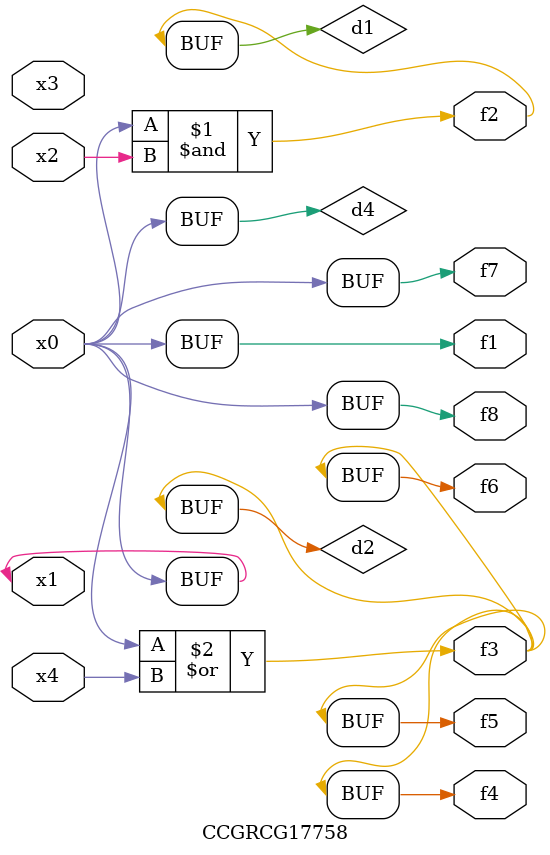
<source format=v>
module CCGRCG17758(
	input x0, x1, x2, x3, x4,
	output f1, f2, f3, f4, f5, f6, f7, f8
);

	wire d1, d2, d3, d4;

	and (d1, x0, x2);
	or (d2, x0, x4);
	nand (d3, x0, x2);
	buf (d4, x0, x1);
	assign f1 = d4;
	assign f2 = d1;
	assign f3 = d2;
	assign f4 = d2;
	assign f5 = d2;
	assign f6 = d2;
	assign f7 = d4;
	assign f8 = d4;
endmodule

</source>
